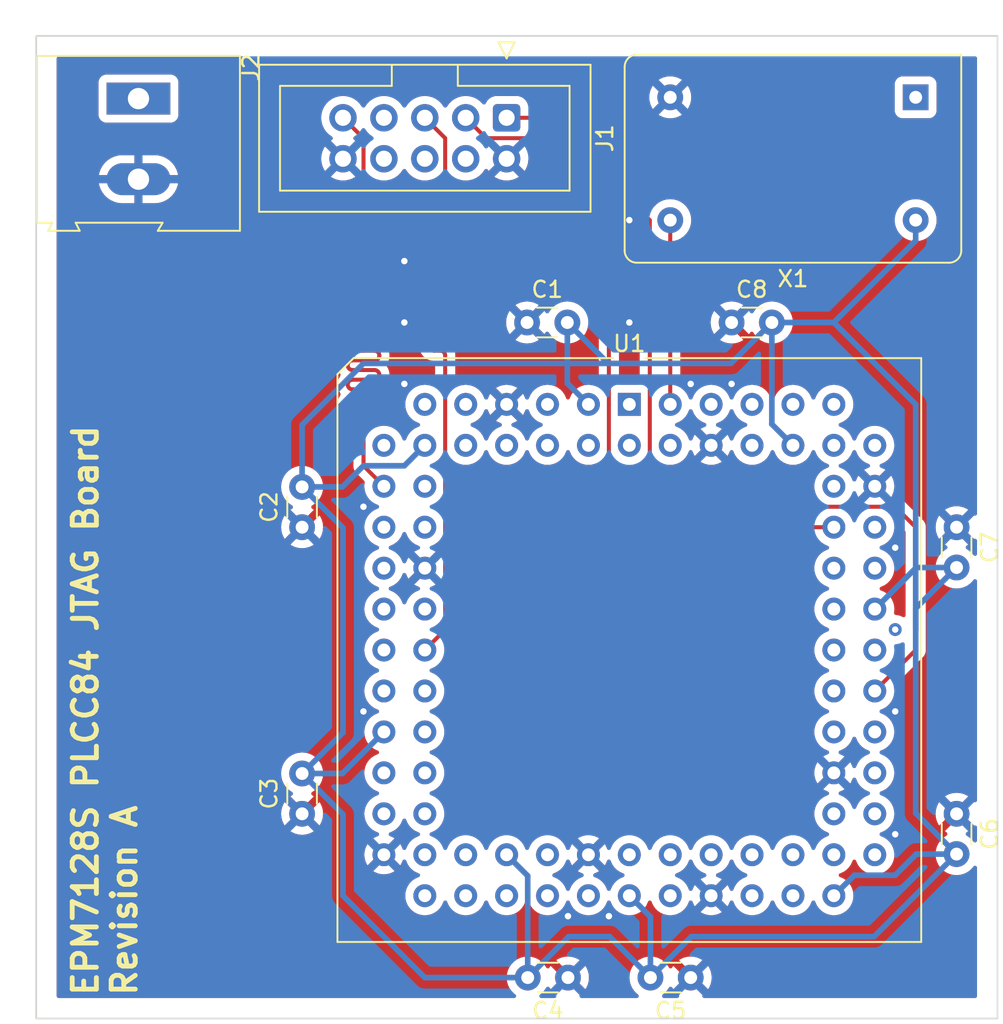
<source format=kicad_pcb>
(kicad_pcb (version 20221018) (generator pcbnew)
  (layers (0 "F.Cu" signal) (31 "B.Cu" signal) (34 "B.Paste" user) (35 "F.Paste" user) (36 "B.SilkS" user "B.Silkscreen") (37 "F.SilkS" user "F.Silkscreen") (38 "B.Mask" user) (39 "F.Mask" user) (44 "Edge.Cuts" user))
  (net 0 "")
  (net 2 "GND")
  (net 3 "Net-(U1-INPUT{slash}GCLK1)")
  (net 4 "+5V")
  (net 5 "/TCK")
  (net 6 "/TDO")
  (net 7 "/TMS")
  (net 11 "/TDI")
  (footprint "Capacitor_THT:C_Disc_D3.0mm_W1.6mm_P2.50mm" (layer "F.Cu") (at 139.7 124.46 -90)
    (fp_text reference "C6" (at 1.25 -2.05 90) (layer "F.SilkS"))
    (fp_text value "200n")
    (fp_line (start 0.621 -0.92) (end 1.879 -0.92) (stroke (width 0.12)) (layer "F.SilkS"))
    (fp_line (start 0.621 0.92) (end 1.879 0.92) (stroke (width 0.12)) (layer "F.SilkS"))
    (pad "1" thru_hole circle (at 0 0 270) (size 1.6 1.6) (drill 0.8) (layers "*.Cu" "*.Mask") (net 2 "GND"))
    (pad "2" thru_hole circle (at 2.5 0 270) (size 1.6 1.6) (drill 0.8) (layers "*.Cu" "*.Mask") (net 4 "+5V"))
  )
  (footprint "Capacitor_THT:C_Disc_D3.0mm_W1.6mm_P2.50mm" (layer "F.Cu") (at 99.06 106.68 90)
    (fp_text reference "C2" (at 1.25 -2.05 90) (layer "F.SilkS"))
    (fp_text value "200n")
    (fp_line (start 0.621 -0.92) (end 1.879 -0.92) (stroke (width 0.12)) (layer "F.SilkS"))
    (fp_line (start 0.621 0.92) (end 1.879 0.92) (stroke (width 0.12)) (layer "F.SilkS"))
    (pad "1" thru_hole circle (at 0 0 90) (size 1.6 1.6) (drill 0.8) (layers "*.Cu" "*.Mask") (net 2 "GND"))
    (pad "2" thru_hole circle (at 2.5 0 90) (size 1.6 1.6) (drill 0.8) (layers "*.Cu" "*.Mask") (net 4 "+5V"))
  )
  (footprint "Capacitor_THT:C_Disc_D3.0mm_W1.6mm_P2.50mm" (layer "F.Cu") (at 99.06 124.46 90)
    (fp_text reference "C3" (at 1.25 -2.05 90) (layer "F.SilkS"))
    (fp_text value "200n")
    (fp_line (start 0.621 -0.92) (end 1.879 -0.92) (stroke (width 0.12)) (layer "F.SilkS"))
    (fp_line (start 0.621 0.92) (end 1.879 0.92) (stroke (width 0.12)) (layer "F.SilkS"))
    (pad "1" thru_hole circle (at 0 0 90) (size 1.6 1.6) (drill 0.8) (layers "*.Cu" "*.Mask") (net 2 "GND"))
    (pad "2" thru_hole circle (at 2.5 0 90) (size 1.6 1.6) (drill 0.8) (layers "*.Cu" "*.Mask") (net 4 "+5V"))
  )
  (footprint "Connector_IDC:IDC-Header_2x05_P2.54mm_Vertical" (layer "F.Cu") (at 111.76 81.28 -90)
    (fp_text reference "J1" (at 1.27 -6.1 90) (layer "F.SilkS"))
    (fp_text value "Conn_02x05_Odd_Even")
    (fp_line (start -4.68 -0.5) (end -4.68 0.5) (stroke (width 0.12)) (layer "F.SilkS"))
    (fp_line (start -4.68 0.5) (end -3.68 0) (stroke (width 0.12)) (layer "F.SilkS"))
    (fp_line (start -3.68 0) (end -4.68 -0.5) (stroke (width 0.12)) (layer "F.SilkS"))
    (fp_line (start -3.29 -5.21) (end 5.83 -5.21) (stroke (width 0.12)) (layer "F.SilkS"))
    (fp_line (start -3.29 3.03) (end -1.98 3.03) (stroke (width 0.12)) (layer "F.SilkS"))
    (fp_line (start -3.29 15.37) (end -3.29 -5.21) (stroke (width 0.12)) (layer "F.SilkS"))
    (fp_line (start -1.98 -3.91) (end 4.52 -3.91) (stroke (width 0.12)) (layer "F.SilkS"))
    (fp_line (start -1.98 3.03) (end -1.98 -3.91) (stroke (width 0.12)) (layer "F.SilkS"))
    (fp_line (start -1.98 7.13) (end -3.29 7.13) (stroke (width 0.12)) (layer "F.SilkS"))
    (fp_line (start -1.98 7.13) (end -1.98 7.13) (stroke (width 0.12)) (layer "F.SilkS"))
    (fp_line (start -1.98 14.07) (end -1.98 7.13) (stroke (width 0.12)) (layer "F.SilkS"))
    (fp_line (start 4.52 -3.91) (end 4.52 14.07) (stroke (width 0.12)) (layer "F.SilkS"))
    (fp_line (start 4.52 14.07) (end -1.98 14.07) (stroke (width 0.12)) (layer "F.SilkS"))
    (fp_line (start 5.83 -5.21) (end 5.83 15.37) (stroke (width 0.12)) (layer "F.SilkS"))
    (fp_line (start 5.83 15.37) (end -3.29 15.37) (stroke (width 0.12)) (layer "F.SilkS"))
    (pad "1" thru_hole roundrect (at 0 0 270) (size 1.7 1.7) (drill 1) (layers "*.Cu" "*.Mask") (roundrect_rratio 0.1470588235) (net 5 "/TCK"))
    (pad "2" thru_hole circle (at 2.54 0 270) (size 1.7 1.7) (drill 1) (layers "*.Cu" "*.Mask") (net 2 "GND"))
    (pad "3" thru_hole circle (at 0 2.54 270) (size 1.7 1.7) (drill 1) (layers "*.Cu" "*.Mask") (net 6 "/TDO"))
    (pad "4" thru_hole circle (at 2.54 2.54 270) (size 1.7 1.7) (drill 1) (layers "*.Cu" "*.Mask") (net 4 "+5V"))
    (pad "5" thru_hole circle (at 0 5.08 270) (size 1.7 1.7) (drill 1) (layers "*.Cu" "*.Mask") (net 7 "/TMS"))
    (pad "6" thru_hole circle (at 2.54 5.08 270) (size 1.7 1.7) (drill 1) (layers "*.Cu" "*.Mask"))
    (pad "7" thru_hole circle (at 0 7.62 270) (size 1.7 1.7) (drill 1) (layers "*.Cu" "*.Mask"))
    (pad "8" thru_hole circle (at 2.54 7.62 270) (size 1.7 1.7) (drill 1) (layers "*.Cu" "*.Mask"))
    (pad "9" thru_hole circle (at 0 10.16 270) (size 1.7 1.7) (drill 1) (layers "*.Cu" "*.Mask") (net 11 "/TDI"))
    (pad "10" thru_hole circle (at 2.54 10.16 270) (size 1.7 1.7) (drill 1) (layers "*.Cu" "*.Mask") (net 2 "GND"))
  )
  (footprint "Package_LCC:PLCC-84_THT-Socket" (layer "F.Cu") (at 119.38 99.06)
    (fp_text reference "U1" (at 0 -3.77) (layer "F.SilkS"))
    (fp_text value "EPM7128SLC84-15")
    (fp_line (start -18.125 -1.87) (end -18.125 33.35) (stroke (width 0.12)) (layer "F.SilkS"))
    (fp_line (start -18.125 33.35) (end 18.125 33.35) (stroke (width 0.12)) (layer "F.SilkS"))
    (fp_line (start -17.125 -2.87) (end -18.125 -1.87) (stroke (width 0.12)) (layer "F.SilkS"))
    (fp_line (start -1 -2.87) (end -17.125 -2.87) (stroke (width 0.12)) (layer "F.SilkS"))
    (fp_line (start 18.125 -2.87) (end 1 -2.87) (stroke (width 0.12)) (layer "F.SilkS"))
    (fp_line (start 18.125 33.35) (end 18.125 -2.87) (stroke (width 0.12)) (layer "F.SilkS"))
    (pad "1" thru_hole rect (at 0 0) (size 1.4224 1.4224) (drill 0.8) (layers "*.Cu" "*.Mask"))
    (pad "2" thru_hole circle (at 0 2.54) (size 1.4224 1.4224) (drill 0.8) (layers "*.Cu" "*.Mask"))
    (pad "3" thru_hole circle (at -2.54 0) (size 1.4224 1.4224) (drill 0.8) (layers "*.Cu" "*.Mask") (net 4 "+5V"))
    (pad "4" thru_hole circle (at -2.54 2.54) (size 1.4224 1.4224) (drill 0.8) (layers "*.Cu" "*.Mask"))
    (pad "5" thru_hole circle (at -5.08 0) (size 1.4224 1.4224) (drill 0.8) (layers "*.Cu" "*.Mask"))
    (pad "6" thru_hole circle (at -5.08 2.54) (size 1.4224 1.4224) (drill 0.8) (layers "*.Cu" "*.Mask"))
    (pad "7" thru_hole circle (at -7.62 0) (size 1.4224 1.4224) (drill 0.8) (layers "*.Cu" "*.Mask") (net 2 "GND"))
    (pad "8" thru_hole circle (at -7.62 2.54) (size 1.4224 1.4224) (drill 0.8) (layers "*.Cu" "*.Mask"))
    (pad "9" thru_hole circle (at -10.16 0) (size 1.4224 1.4224) (drill 0.8) (layers "*.Cu" "*.Mask"))
    (pad "10" thru_hole circle (at -10.16 2.54) (size 1.4224 1.4224) (drill 0.8) (layers "*.Cu" "*.Mask"))
    (pad "11" thru_hole circle (at -12.7 0) (size 1.4224 1.4224) (drill 0.8) (layers "*.Cu" "*.Mask"))
    (pad "12" thru_hole circle (at -15.24 2.54) (size 1.4224 1.4224) (drill 0.8) (layers "*.Cu" "*.Mask"))
    (pad "13" thru_hole circle (at -12.7 2.54) (size 1.4224 1.4224) (drill 0.8) (layers "*.Cu" "*.Mask") (net 4 "+5V"))
    (pad "14" thru_hole circle (at -15.24 5.08) (size 1.4224 1.4224) (drill 0.8) (layers "*.Cu" "*.Mask") (net 11 "/TDI"))
    (pad "15" thru_hole circle (at -12.7 5.08) (size 1.4224 1.4224) (drill 0.8) (layers "*.Cu" "*.Mask"))
    (pad "16" thru_hole circle (at -15.24 7.62) (size 1.4224 1.4224) (drill 0.8) (layers "*.Cu" "*.Mask"))
    (pad "17" thru_hole circle (at -12.7 7.62) (size 1.4224 1.4224) (drill 0.8) (layers "*.Cu" "*.Mask"))
    (pad "18" thru_hole circle (at -15.24 10.16) (size 1.4224 1.4224) (drill 0.8) (layers "*.Cu" "*.Mask"))
    (pad "19" thru_hole circle (at -12.7 10.16) (size 1.4224 1.4224) (drill 0.8) (layers "*.Cu" "*.Mask") (net 2 "GND"))
    (pad "20" thru_hole circle (at -15.24 12.7) (size 1.4224 1.4224) (drill 0.8) (layers "*.Cu" "*.Mask"))
    (pad "21" thru_hole circle (at -12.7 12.7) (size 1.4224 1.4224) (drill 0.8) (layers "*.Cu" "*.Mask"))
    (pad "22" thru_hole circle (at -15.24 15.24) (size 1.4224 1.4224) (drill 0.8) (layers "*.Cu" "*.Mask"))
    (pad "23" thru_hole circle (at -12.7 15.24) (size 1.4224 1.4224) (drill 0.8) (layers "*.Cu" "*.Mask") (net 7 "/TMS"))
    (pad "24" thru_hole circle (at -15.24 17.78) (size 1.4224 1.4224) (drill 0.8) (layers "*.Cu" "*.Mask"))
    (pad "25" thru_hole circle (at -12.7 17.78) (size 1.4224 1.4224) (drill 0.8) (layers "*.Cu" "*.Mask"))
    (pad "26" thru_hole circle (at -15.24 20.32) (size 1.4224 1.4224) (drill 0.8) (layers "*.Cu" "*.Mask") (net 4 "+5V"))
    (pad "27" thru_hole circle (at -12.7 20.32) (size 1.4224 1.4224) (drill 0.8) (layers "*.Cu" "*.Mask"))
    (pad "28" thru_hole circle (at -15.24 22.86) (size 1.4224 1.4224) (drill 0.8) (layers "*.Cu" "*.Mask"))
    (pad "29" thru_hole circle (at -12.7 22.86) (size 1.4224 1.4224) (drill 0.8) (layers "*.Cu" "*.Mask"))
    (pad "30" thru_hole circle (at -15.24 25.4) (size 1.4224 1.4224) (drill 0.8) (layers "*.Cu" "*.Mask"))
    (pad "31" thru_hole circle (at -12.7 25.4) (size 1.4224 1.4224) (drill 0.8) (layers "*.Cu" "*.Mask"))
    (pad "32" thru_hole circle (at -15.24 27.94) (size 1.4224 1.4224) (drill 0.8) (layers "*.Cu" "*.Mask") (net 2 "GND"))
    (pad "33" thru_hole circle (at -12.7 30.48) (size 1.4224 1.4224) (drill 0.8) (layers "*.Cu" "*.Mask"))
    (pad "34" thru_hole circle (at -12.7 27.94) (size 1.4224 1.4224) (drill 0.8) (layers "*.Cu" "*.Mask"))
    (pad "35" thru_hole circle (at -10.16 30.48) (size 1.4224 1.4224) (drill 0.8) (layers "*.Cu" "*.Mask"))
    (pad "36" thru_hole circle (at -10.16 27.94) (size 1.4224 1.4224) (drill 0.8) (layers "*.Cu" "*.Mask"))
    (pad "37" thru_hole circle (at -7.62 30.48) (size 1.4224 1.4224) (drill 0.8) (layers "*.Cu" "*.Mask"))
    (pad "38" thru_hole circle (at -7.62 27.94) (size 1.4224 1.4224) (drill 0.8) (layers "*.Cu" "*.Mask") (net 4 "+5V"))
    (pad "39" thru_hole circle (at -5.08 30.48) (size 1.4224 1.4224) (drill 0.8) (layers "*.Cu" "*.Mask"))
    (pad "40" thru_hole circle (at -5.08 27.94) (size 1.4224 1.4224) (drill 0.8) (layers "*.Cu" "*.Mask"))
    (pad "41" thru_hole circle (at -2.54 30.48) (size 1.4224 1.4224) (drill 0.8) (layers "*.Cu" "*.Mask"))
    (pad "42" thru_hole circle (at -2.54 27.94) (size 1.4224 1.4224) (drill 0.8) (layers "*.Cu" "*.Mask") (net 2 "GND"))
    (pad "43" thru_hole circle (at 0 30.48) (size 1.4224 1.4224) (drill 0.8) (layers "*.Cu" "*.Mask") (net 4 "+5V"))
    (pad "44" thru_hole circle (at 0 27.94) (size 1.4224 1.4224) (drill 0.8) (layers "*.Cu" "*.Mask"))
    (pad "45" thru_hole circle (at 2.54 30.48) (size 1.4224 1.4224) (drill 0.8) (layers "*.Cu" "*.Mask"))
    (pad "46" thru_hole circle (at 2.54 27.94) (size 1.4224 1.4224) (drill 0.8) (layers "*.Cu" "*.Mask"))
    (pad "47" thru_hole circle (at 5.08 30.48) (size 1.4224 1.4224) (drill 0.8) (layers "*.Cu" "*.Mask") (net 2 "GND"))
    (pad "48" thru_hole circle (at 5.08 27.94) (size 1.4224 1.4224) (drill 0.8) (layers "*.Cu" "*.Mask"))
    (pad "49" thru_hole circle (at 7.62 30.48) (size 1.4224 1.4224) (drill 0.8) (layers "*.Cu" "*.Mask"))
    (pad "50" thru_hole circle (at 7.62 27.94) (size 1.4224 1.4224) (drill 0.8) (layers "*.Cu" "*.Mask"))
    (pad "51" thru_hole circle (at 10.16 30.48) (size 1.4224 1.4224) (drill 0.8) (layers "*.Cu" "*.Mask"))
    (pad "52" thru_hole circle (at 10.16 27.94) (size 1.4224 1.4224) (drill 0.8) (layers "*.Cu" "*.Mask"))
    (pad "53" thru_hole circle (at 12.7 30.48) (size 1.4224 1.4224) (drill 0.8) (layers "*.Cu" "*.Mask") (net 4 "+5V"))
    (pad "54" thru_hole circle (at 15.24 27.94) (size 1.4224 1.4224) (drill 0.8) (layers "*.Cu" "*.Mask"))
    (pad "55" thru_hole circle (at 12.7 27.94) (size 1.4224 1.4224) (drill 0.8) (layers "*.Cu" "*.Mask"))
    (pad "56" thru_hole circle (at 15.24 25.4) (size 1.4224 1.4224) (drill 0.8) (layers "*.Cu" "*.Mask"))
    (pad "57" thru_hole circle (at 12.7 25.4) (size 1.4224 1.4224) (drill 0.8) (layers "*.Cu" "*.Mask"))
    (pad "58" thru_hole circle (at 15.24 22.86) (size 1.4224 1.4224) (drill 0.8) (layers "*.Cu" "*.Mask"))
    (pad "59" thru_hole circle (at 12.7 22.86) (size 1.4224 1.4224) (drill 0.8) (layers "*.Cu" "*.Mask") (net 2 "GND"))
    (pad "60" thru_hole circle (at 15.24 20.32) (size 1.4224 1.4224) (drill 0.8) (layers "*.Cu" "*.Mask"))
    (pad "61" thru_hole circle (at 12.7 20.32) (size 1.4224 1.4224) (drill 0.8) (layers "*.Cu" "*.Mask"))
    (pad "62" thru_hole circle (at 15.24 17.78) (size 1.4224 1.4224) (drill 0.8) (layers "*.Cu" "*.Mask") (net 5 "/TCK"))
    (pad "63" thru_hole circle (at 12.7 17.78) (size 1.4224 1.4224) (drill 0.8) (layers "*.Cu" "*.Mask"))
    (pad "64" thru_hole circle (at 15.24 15.24) (size 1.4224 1.4224) (drill 0.8) (layers "*.Cu" "*.Mask"))
    (pad "65" thru_hole circle (at 12.7 15.24) (size 1.4224 1.4224) (drill 0.8) (layers "*.Cu" "*.Mask"))
    (pad "66" thru_hole circle (at 15.24 12.7) (size 1.4224 1.4224) (drill 0.8) (layers "*.Cu" "*.Mask") (net 4 "+5V"))
    (pad "67" thru_hole circle (at 12.7 12.7) (size 1.4224 1.4224) (drill 0.8) (layers "*.Cu" "*.Mask"))
    (pad "68" thru_hole circle (at 15.24 10.16) (size 1.4224 1.4224) (drill 0.8) (layers "*.Cu" "*.Mask"))
    (pad "69" thru_hole circle (at 12.7 10.16) (size 1.4224 1.4224) (drill 0.8) (layers "*.Cu" "*.Mask"))
    (pad "70" thru_hole circle (at 15.24 7.62) (size 1.4224 1.4224) (drill 0.8) (layers "*.Cu" "*.Mask"))
    (pad "71" thru_hole circle (at 12.7 7.62) (size 1.4224 1.4224) (drill 0.8) (layers "*.Cu" "*.Mask") (net 6 "/TDO"))
    (pad "72" thru_hole circle (at 15.24 5.08) (size 1.4224 1.4224) (drill 0.8) (layers "*.Cu" "*.Mask") (net 2 "GND"))
    (pad "73" thru_hole circle (at 12.7 5.08) (size 1.4224 1.4224) (drill 0.8) (layers "*.Cu" "*.Mask"))
    (pad "74" thru_hole circle (at 15.24 2.54) (size 1.4224 1.4224) (drill 0.8) (layers "*.Cu" "*.Mask"))
    (pad "75" thru_hole circle (at 12.7 0) (size 1.4224 1.4224) (drill 0.8) (layers "*.Cu" "*.Mask"))
    (pad "76" thru_hole circle (at 12.7 2.54) (size 1.4224 1.4224) (drill 0.8) (layers "*.Cu" "*.Mask"))
    (pad "77" thru_hole circle (at 10.16 0) (size 1.4224 1.4224) (drill 0.8) (layers "*.Cu" "*.Mask"))
    (pad "78" thru_hole circle (at 10.16 2.54) (size 1.4224 1.4224) (drill 0.8) (layers "*.Cu" "*.Mask") (net 4 "+5V"))
    (pad "79" thru_hole circle (at 7.62 0) (size 1.4224 1.4224) (drill 0.8) (layers "*.Cu" "*.Mask"))
    (pad "80" thru_hole circle (at 7.62 2.54) (size 1.4224 1.4224) (drill 0.8) (layers "*.Cu" "*.Mask"))
    (pad "81" thru_hole circle (at 5.08 0) (size 1.4224 1.4224) (drill 0.8) (layers "*.Cu" "*.Mask"))
    (pad "82" thru_hole circle (at 5.08 2.54) (size 1.4224 1.4224) (drill 0.8) (layers "*.Cu" "*.Mask") (net 2 "GND"))
    (pad "83" thru_hole circle (at 2.54 0) (size 1.4224 1.4224) (drill 0.8) (layers "*.Cu" "*.Mask") (net 3 "Net-(U1-INPUT{slash}GCLK1)"))
    (pad "84" thru_hole circle (at 2.54 2.54) (size 1.4224 1.4224) (drill 0.8) (layers "*.Cu" "*.Mask"))
  )
  (footprint "TerminalBlock:TerminalBlock_Altech_AK300-2_P5.00mm" (layer "F.Cu") (at 88.9 80.09 -90)
    (fp_text reference "J2" (at -1.92 -6.99 90) (layer "F.SilkS"))
    (fp_text value "Screw_Terminal_01x02")
    (fp_line (start -2.65 -6.3) (end -2.65 6.3) (stroke (width 0.12)) (layer "F.SilkS"))
    (fp_line (start -2.65 6.3) (end 7.7 6.3) (stroke (width 0.12)) (layer "F.SilkS"))
    (fp_line (start 7.7 -1.5) (end 8.2 -1.2) (stroke (width 0.12)) (layer "F.SilkS"))
    (fp_line (start 7.7 3.9) (end 7.7 -1.5) (stroke (width 0.12)) (layer "F.SilkS"))
    (fp_line (start 7.7 5.35) (end 8.2 5.6) (stroke (width 0.12)) (layer "F.SilkS"))
    (fp_line (start 7.7 6.3) (end 7.7 5.35) (stroke (width 0.12)) (layer "F.SilkS"))
    (fp_line (start 8.2 -6.3) (end -2.65 -6.3) (stroke (width 0.12)) (layer "F.SilkS"))
    (fp_line (start 8.2 -1.2) (end 8.2 -6.3) (stroke (width 0.12)) (layer "F.SilkS"))
    (fp_line (start 8.2 3.65) (end 7.7 3.9) (stroke (width 0.12)) (layer "F.SilkS"))
    (fp_line (start 8.2 3.7) (end 8.2 3.65) (stroke (width 0.12)) (layer "F.SilkS"))
    (fp_line (start 8.2 5.6) (end 8.2 3.7) (stroke (width 0.12)) (layer "F.SilkS"))
    (pad "1" thru_hole rect (at 0 0 270) (size 1.98 3.96) (drill 1.32) (layers "*.Cu" "*.Mask") (net 4 "+5V"))
    (pad "2" thru_hole oval (at 5 0 270) (size 1.98 3.96) (drill 1.32) (layers "*.Cu" "*.Mask") (net 2 "GND"))
  )
  (footprint "Capacitor_THT:C_Disc_D3.0mm_W1.6mm_P2.50mm" (layer "F.Cu") (at 123.19 134.62 180)
    (fp_text reference "C5" (at 1.25 -2.05) (layer "F.SilkS"))
    (fp_text value "200n")
    (fp_line (start 0.621 -0.92) (end 1.879 -0.92) (stroke (width 0.12)) (layer "F.SilkS"))
    (fp_line (start 0.621 0.92) (end 1.879 0.92) (stroke (width 0.12)) (layer "F.SilkS"))
    (pad "1" thru_hole circle (at 0 0 180) (size 1.6 1.6) (drill 0.8) (layers "*.Cu" "*.Mask") (net 2 "GND"))
    (pad "2" thru_hole circle (at 2.5 0 180) (size 1.6 1.6) (drill 0.8) (layers "*.Cu" "*.Mask") (net 4 "+5V"))
  )
  (footprint "Oscillator:Oscillator_DIP-14" (layer "F.Cu") (at 137.16 80.01 180)
    (fp_text reference "X1" (at 7.62 -11.26) (layer "F.SilkS"))
    (fp_text value "ACO-xxxMHz")
    (fp_line (start -2.83 -9.51) (end -2.83 2.64) (stroke (width 0.12)) (layer "F.SilkS"))
    (fp_line (start -2.83 2.64) (end 17.32 2.64) (stroke (width 0.12)) (layer "F.SilkS"))
    (fp_line (start 17.32 -10.26) (end -2.08 -10.26) (stroke (width 0.12)) (layer "F.SilkS"))
    (fp_line (start 18.07 1.89) (end 18.07 -9.51) (stroke (width 0.12)) (layer "F.SilkS"))
    (fp_arc (start -2.83 -9.51) (mid -2.61033 -10.04033) (end -2.08 -10.26) (stroke (width 0.12)) (layer "F.SilkS"))
    (fp_arc (start 17.32 -10.26) (mid 17.85033 -10.04033) (end 18.07 -9.51) (stroke (width 0.12)) (layer "F.SilkS"))
    (fp_arc (start 18.07 1.89) (mid 17.85033 2.42033) (end 17.32 2.64) (stroke (width 0.12)) (layer "F.SilkS"))
    (pad "1" thru_hole rect (at 0 0 180) (size 1.6 1.6) (drill 0.8) (layers "*.Cu" "*.Mask"))
    (pad "7" thru_hole circle (at 15.24 0 180) (size 1.6 1.6) (drill 0.8) (layers "*.Cu" "*.Mask") (net 2 "GND"))
    (pad "8" thru_hole circle (at 15.24 -7.62 180) (size 1.6 1.6) (drill 0.8) (layers "*.Cu" "*.Mask") (net 3 "Net-(U1-INPUT{slash}GCLK1)"))
    (pad "14" thru_hole circle (at 0 -7.62 180) (size 1.6 1.6) (drill 0.8) (layers "*.Cu" "*.Mask") (net 4 "+5V"))
  )
  (footprint "Capacitor_THT:C_Disc_D3.0mm_W1.6mm_P2.50mm" (layer "F.Cu") (at 139.7 106.68 -90)
    (fp_text reference "C7" (at 1.25 -2.05 90) (layer "F.SilkS"))
    (fp_text value "200n")
    (fp_line (start 0.621 -0.92) (end 1.879 -0.92) (stroke (width 0.12)) (layer "F.SilkS"))
    (fp_line (start 0.621 0.92) (end 1.879 0.92) (stroke (width 0.12)) (layer "F.SilkS"))
    (pad "1" thru_hole circle (at 0 0 270) (size 1.6 1.6) (drill 0.8) (layers "*.Cu" "*.Mask") (net 2 "GND"))
    (pad "2" thru_hole circle (at 2.5 0 270) (size 1.6 1.6) (drill 0.8) (layers "*.Cu" "*.Mask") (net 4 "+5V"))
  )
  (footprint "Capacitor_THT:C_Disc_D3.0mm_W1.6mm_P2.50mm" (layer "F.Cu") (at 125.73 93.98)
    (fp_text reference "C8" (at 1.25 -2.05) (layer "F.SilkS"))
    (fp_text value "200n")
    (fp_line (start 0.621 -0.92) (end 1.879 -0.92) (stroke (width 0.12)) (layer "F.SilkS"))
    (fp_line (start 0.621 0.92) (end 1.879 0.92) (stroke (width 0.12)) (layer "F.SilkS"))
    (pad "1" thru_hole circle (at 0 0) (size 1.6 1.6) (drill 0.8) (layers "*.Cu" "*.Mask") (net 2 "GND"))
    (pad "2" thru_hole circle (at 2.5 0) (size 1.6 1.6) (drill 0.8) (layers "*.Cu" "*.Mask") (net 4 "+5V"))
  )
  (footprint "Capacitor_THT:C_Disc_D3.0mm_W1.6mm_P2.50mm" (layer "F.Cu") (at 113.03 93.98)
    (fp_text reference "C1" (at 1.25 -2.05) (layer "F.SilkS"))
    (fp_text value "200n")
    (fp_line (start 0.621 -0.92) (end 1.879 -0.92) (stroke (width 0.12)) (layer "F.SilkS"))
    (fp_line (start 0.621 0.92) (end 1.879 0.92) (stroke (width 0.12)) (layer "F.SilkS"))
    (pad "1" thru_hole circle (at 0 0) (size 1.6 1.6) (drill 0.8) (layers "*.Cu" "*.Mask") (net 2 "GND"))
    (pad "2" thru_hole circle (at 2.5 0) (size 1.6 1.6) (drill 0.8) (layers "*.Cu" "*.Mask") (net 4 "+5V"))
  )
  (footprint "Capacitor_THT:C_Disc_D3.0mm_W1.6mm_P2.50mm" (layer "F.Cu") (at 115.57 134.62 180)
    (fp_text reference "C4" (at 1.25 -2.05) (layer "F.SilkS"))
    (fp_text value "200n")
    (fp_line (start 0.621 -0.92) (end 1.879 -0.92) (stroke (width 0.12)) (layer "F.SilkS"))
    (fp_line (start 0.621 0.92) (end 1.879 0.92) (stroke (width 0.12)) (layer "F.SilkS"))
    (pad "1" thru_hole circle (at 0 0 180) (size 1.6 1.6) (drill 0.8) (layers "*.Cu" "*.Mask") (net 2 "GND"))
    (pad "2" thru_hole circle (at 2.5 0 180) (size 1.6 1.6) (drill 0.8) (layers "*.Cu" "*.Mask") (net 4 "+5V"))
  )
  (gr_poly (pts (xy 82.55 76.2) (xy 142.24 76.2) (xy 142.24 137.16) (xy 82.55 137.16)) (stroke (width 0.1)) (fill none) (layer "Edge.Cuts"))
  (gr_text "EPM7128S PLCC84 JTAG Board\nRevision A" (at 88.9 135.89 90) (layer "F.SilkS") (effects (font (size 1.5 1.5) (thickness 0.3) bold) (justify left bottom)))
  (via (at 135.89 113.03) (size 0.8) (drill 0.4) (layers "F.Cu" "B.Cu") (net 0))
  (via (at 135.89 118.11) (size 0.8) (drill 0.4) (layers "F.Cu" "B.Cu") (net 2))
  (via (at 119.38 93.98) (size 0.8) (drill 0.4) (layers "F.Cu" "B.Cu") (net 2))
  (via (at 105.41 97.79) (size 0.8) (drill 0.4) (layers "F.Cu" "B.Cu") (net 2))
  (via (at 135.89 107.95) (size 0.8) (drill 0.4) (layers "F.Cu" "B.Cu") (net 2))
  (via (at 119.38 87.63) (size 0.8) (drill 0.4) (layers "F.Cu" "B.Cu") (net 2))
  (via (at 102.87 105.41) (size 0.8) (drill 0.4) (layers "F.Cu" "B.Cu") (net 2))
  (via (at 102.87 118.11) (size 0.8) (drill 0.4) (layers "F.Cu" "B.Cu") (net 2))
  (via (at 115.57 130.81) (size 0.8) (drill 0.4) (layers "F.Cu" "B.Cu") (net 2))
  (via (at 105.41 90.17) (size 0.8) (drill 0.4) (layers "F.Cu" "B.Cu") (net 2))
  (via (at 123.19 97.79) (size 0.8) (drill 0.4) (layers "F.Cu" "B.Cu") (net 2))
  (via (at 118.11 130.81) (size 0.8) (drill 0.4) (layers "F.Cu" "B.Cu") (net 2))
  (via (at 135.89 125.73) (size 0.8) (drill 0.4) (layers "F.Cu" "B.Cu") (net 2))
  (via (at 125.73 97.79) (size 0.8) (drill 0.4) (layers "F.Cu" "B.Cu") (net 2))
  (via (at 105.41 93.98) (size 0.8) (drill 0.4) (layers "F.Cu" "B.Cu") (net 2))
  (segment (start 121.92 87.63) (end 121.92 99.06) (width 0.25) (layer "F.Cu") (net 3))
  (segment (start 99.06 104.18) (end 101.56 104.18) (width 0.35) (layer "B.Cu") (net 4))
  (segment (start 105.41 102.87) (end 106.68 101.6) (width 0.35) (layer "B.Cu") (net 4))
  (segment (start 101.6 106.72) (end 99.06 104.18) (width 0.35) (layer "B.Cu") (net 4))
  (segment (start 113.07 134.62) (end 113.07 128.31) (width 0.35) (layer "B.Cu") (net 4))
  (segment (start 137.16 111.72) (end 137.16 113.03) (width 0.35) (layer "B.Cu") (net 4))
  (segment (start 134.62 111.76) (end 137.2 109.18) (width 0.35) (layer "B.Cu") (net 4))
  (segment (start 115.53 93.98) (end 118.07 96.52) (width 0.35) (layer "B.Cu") (net 4))
  (segment (start 118.11 96.52) (end 102.87 96.52) (width 0.35) (layer "B.Cu") (net 4))
  (segment (start 137.2 109.18) (end 139.7 109.18) (width 0.35) (layer "B.Cu") (net 4))
  (segment (start 118.07 96.52) (end 118.11 96.52) (width 0.35) (layer "B.Cu") (net 4))
  (segment (start 106.68 134.62) (end 113.07 134.62) (width 0.35) (layer "B.Cu") (net 4))
  (segment (start 101.6 124.5) (end 101.6 129.54) (width 0.35) (layer "B.Cu") (net 4))
  (segment (start 133.35 128.27) (end 135.89 128.27) (width 0.35) (layer "B.Cu") (net 4))
  (segment (start 102.87 96.52) (end 99.06 100.33) (width 0.35) (layer "B.Cu") (net 4))
  (segment (start 120.69 130.85) (end 119.38 129.54) (width 0.35) (layer "B.Cu") (net 4))
  (segment (start 115.61 132.08) (end 118.15 132.08) (width 0.35) (layer "B.Cu") (net 4))
  (segment (start 115.53 97.75) (end 116.84 99.06) (width 0.35) (layer "B.Cu") (net 4))
  (segment (start 120.69 134.62) (end 123.23 132.08) (width 0.35) (layer "B.Cu") (net 4))
  (segment (start 125.69 96.52) (end 128.23 93.98) (width 0.35) (layer "B.Cu") (net 4))
  (segment (start 132.08 93.98) (end 137.16 99.06) (width 0.35) (layer "B.Cu") (net 4))
  (segment (start 101.6 129.54) (end 106.68 134.62) (width 0.35) (layer "B.Cu") (net 4))
  (segment (start 102.87 102.87) (end 105.41 102.87) (width 0.35) (layer "B.Cu") (net 4))
  (segment (start 128.23 100.29) (end 129.54 101.6) (width 0.35) (layer "B.Cu") (net 4))
  (segment (start 99.06 121.96) (end 101.56 121.96) (width 0.35) (layer "B.Cu") (net 4))
  (segment (start 113.07 128.31) (end 111.76 127) (width 0.35) (layer "B.Cu") (net 4))
  (segment (start 101.56 104.18) (end 102.87 102.87) (width 0.35) (layer "B.Cu") (net 4))
  (segment (start 99.06 100.33) (end 99.06 104.18) (width 0.35) (layer "B.Cu") (net 4))
  (segment (start 123.23 132.08) (end 134.58 132.08) (width 0.35) (layer "B.Cu") (net 4))
  (segment (start 137.16 88.9) (end 137.16 87.63) (width 0.35) (layer "B.Cu") (net 4))
  (segment (start 132.08 93.98) (end 137.16 88.9) (width 0.35) (layer "B.Cu") (net 4))
  (segment (start 113.07 134.62) (end 115.61 132.08) (width 0.35) (layer "B.Cu") (net 4))
  (segment (start 101.6 119.42) (end 101.6 106.72) (width 0.35) (layer "B.Cu") (net 4))
  (segment (start 99.06 121.96) (end 101.6 119.42) (width 0.35) (layer "B.Cu") (net 4))
  (segment (start 132.08 129.54) (end 133.35 128.27) (width 0.35) (layer "B.Cu") (net 4))
  (segment (start 120.69 134.62) (end 120.69 130.85) (width 0.35) (layer "B.Cu") (net 4))
  (segment (start 137.16 113.03) (end 137.16 124.42) (width 0.35) (layer "B.Cu") (net 4))
  (segment (start 137.2 126.96) (end 139.7 126.96) (width 0.35) (layer "B.Cu") (net 4))
  (segment (start 118.11 96.52) (end 125.69 96.52) (width 0.35) (layer "B.Cu") (net 4))
  (segment (start 135.89 128.27) (end 137.2 126.96) (width 0.35) (layer "B.Cu") (net 4))
  (segment (start 101.56 121.96) (end 104.14 119.38) (width 0.35) (layer "B.Cu") (net 4))
  (segment (start 134.58 132.08) (end 139.7 126.96) (width 0.35) (layer "B.Cu") (net 4))
  (segment (start 137.16 99.06) (end 137.16 113.03) (width 0.35) (layer "B.Cu") (net 4))
  (segment (start 115.53 93.98) (end 115.53 97.75) (width 0.35) (layer "B.Cu") (net 4))
  (segment (start 128.23 93.98) (end 132.08 93.98) (width 0.35) (layer "B.Cu") (net 4))
  (segment (start 139.7 109.18) (end 137.16 111.72) (width 0.35) (layer "B.Cu") (net 4))
  (segment (start 99.06 121.96) (end 101.6 124.5) (width 0.35) (layer "B.Cu") (net 4))
  (segment (start 137.16 124.42) (end 139.7 126.96) (width 0.35) (layer "B.Cu") (net 4))
  (segment (start 118.15 132.08) (end 120.69 134.62) (width 0.35) (layer "B.Cu") (net 4))
  (segment (start 128.23 93.98) (end 128.23 100.29) (width 0.35) (layer "B.Cu") (net 4))
  (segment (start 137.16 106.68) (end 137.16 114.3) (width 0.25) (layer "F.Cu") (net 5))
  (segment (start 123.19 105.41) (end 135.89 105.41) (width 0.25) (layer "F.Cu") (net 5))
  (segment (start 135.89 105.41) (end 137.16 106.68) (width 0.25) (layer "F.Cu") (net 5))
  (segment (start 120.65 102.87) (end 123.19 105.41) (width 0.25) (layer "F.Cu") (net 5))
  (segment (start 114.3 81.28) (end 120.65 87.63) (width 0.25) (layer "F.Cu") (net 5))
  (segment (start 120.65 87.63) (end 120.65 102.87) (width 0.25) (layer "F.Cu") (net 5))
  (segment (start 137.16 114.3) (end 134.62 116.84) (width 0.25) (layer "F.Cu") (net 5))
  (segment (start 111.76 81.28) (end 114.3 81.28) (width 0.25) (layer "F.Cu") (net 5))
  (segment (start 118.11 92.13) (end 118.717061 92.13) (width 0.25) (layer "F.Cu") (net 6))
  (segment (start 109.22 81.28) (end 110.485 82.545) (width 0.25) (layer "F.Cu") (net 6))
  (segment (start 118.11 92.73) (end 117.502939 92.73) (width 0.25) (layer "F.Cu") (net 6))
  (segment (start 118.717061 91.53) (end 118.11 91.53) (width 0.25) (layer "F.Cu") (net 6))
  (segment (start 118.11 91.53) (end 117.502939 91.53) (width 0.25) (layer "F.Cu") (net 6))
  (segment (start 118.11 99.08) (end 118.11 102.87) (width 0.25) (layer "F.Cu") (net 6))
  (segment (start 121.92 106.68) (end 132.08 106.68) (width 0.25) (layer "F.Cu") (net 6))
  (segment (start 117.502939 93.33) (end 117.81 93.33) (width 0.25) (layer "F.Cu") (net 6))
  (segment (start 117.502927 89.73) (end 118.11 89.73) (width 0.25) (layer "F.Cu") (net 6))
  (segment (start 118.11 89.13) (end 117.502927 89.13) (width 0.25) (layer "F.Cu") (net 6))
  (segment (start 117.502939 92.13) (end 118.11 92.13) (width 0.25) (layer "F.Cu") (net 6))
  (segment (start 110.485 82.545) (end 113.025 82.545) (width 0.25) (layer "F.Cu") (net 6))
  (segment (start 118.11 89.73) (end 118.717073 89.73) (width 0.25) (layer "F.Cu") (net 6))
  (segment (start 117.502927 88.53) (end 117.81 88.53) (width 0.25) (layer "F.Cu") (net 6))
  (segment (start 117.502927 90.93) (end 118.11 90.93) (width 0.25) (layer "F.Cu") (net 6))
  (segment (start 118.717073 90.33) (end 118.11 90.33) (width 0.25) (layer "F.Cu") (net 6))
  (segment (start 118.717061 92.73) (end 118.11 92.73) (width 0.25) (layer "F.Cu") (net 6))
  (segment (start 118.11 93.63) (end 118.11 99.08) (width 0.25) (layer "F.Cu") (net 6))
  (segment (start 117.81 87.93) (end 117.502927 87.93) (width 0.25) (layer "F.Cu") (net 6))
  (segment (start 118.11 90.93) (end 118.717061 90.93) (width 0.25) (layer "F.Cu") (net 6))
  (segment (start 117.81 88.53) (end 118.717073 88.53) (width 0.25) (layer "F.Cu") (net 6))
  (segment (start 118.717073 89.13) (end 118.11 89.13) (width 0.25) (layer "F.Cu") (net 6))
  (segment (start 118.11 102.87) (end 121.92 106.68) (width 0.25) (layer "F.Cu") (net 6))
  (segment (start 113.025 82.545) (end 118.11 87.63) (width 0.25) (layer "F.Cu") (net 6))
  (segment (start 118.11 90.33) (end 117.502927 90.33) (width 0.25) (layer "F.Cu") (net 6))
  (arc (start 119.017061 91.23) (mid 118.929193 91.442132) (end 118.717061 91.53) (width 0.25) (layer "F.Cu") (net 6))
  (arc (start 119.017061 92.43) (mid 118.929193 92.642132) (end 118.717061 92.73) (width 0.25) (layer "F.Cu") (net 6))
  (arc (start 117.202939 93.03) (mid 117.290807 93.242132) (end 117.502939 93.33) (width 0.25) (layer "F.Cu") (net 6))
  (arc (start 117.502927 90.33) (mid 117.290795 90.417868) (end 117.202927 90.63) (width 0.25) (layer "F.Cu") (net 6))
  (arc (start 117.81 93.33) (mid 118.022132 93.417868) (end 118.11 93.63) (width 0.25) (layer "F.Cu") (net 6))
  (arc (start 119.017073 88.83) (mid 118.929205 89.042132) (end 118.717073 89.13) (width 0.25) (layer "F.Cu") (net 6))
  (arc (start 117.202927 90.63) (mid 117.290795 90.842132) (end 117.502927 90.93) (width 0.25) (layer "F.Cu") (net 6))
  (arc (start 117.202927 88.23) (mid 117.290795 88.442132) (end 117.502927 88.53) (width 0.25) (layer "F.Cu") (net 6))
  (arc (start 117.502939 92.73) (mid 117.290807 92.817868) (end 117.202939 93.03) (width 0.25) (layer "F.Cu") (net 6))
  (arc (start 118.717073 88.53) (mid 118.929205 88.617868) (end 119.017073 88.83) (width 0.25) (layer "F.Cu") (net 6))
  (arc (start 118.717073 89.73) (mid 118.929205 89.817868) (end 119.017073 90.03) (width 0.25) (layer "F.Cu") (net 6))
  (arc (start 117.502939 91.53) (mid 117.290807 91.617868) (end 117.202939 91.83) (width 0.25) (layer "F.Cu") (net 6))
  (arc (start 118.11 87.63) (mid 118.022132 87.842132) (end 117.81 87.93) (width 0.25) (layer "F.Cu") (net 6))
  (arc (start 117.502927 89.13) (mid 117.290795 89.217868) (end 117.202927 89.43) (width 0.25) (layer "F.Cu") (net 6))
  (arc (start 117.202939 91.83) (mid 117.290807 92.042132) (end 117.502939 92.13) (width 0.25) (layer "F.Cu") (net 6))
  (arc (start 117.502927 87.93) (mid 117.290795 88.017868) (end 117.202927 88.23) (width 0.25) (layer "F.Cu") (net 6))
  (arc (start 118.717061 92.13) (mid 118.929193 92.217868) (end 119.017061 92.43) (width 0.25) (layer "F.Cu") (net 6))
  (arc (start 119.017073 90.03) (mid 118.929205 90.242132) (end 118.717073 90.33) (width 0.25) (layer "F.Cu") (net 6))
  (arc (start 118.717061 90.93) (mid 118.929193 91.017868) (end 119.017061 91.23) (width 0.25) (layer "F.Cu") (net 6))
  (arc (start 117.202927 89.43) (mid 117.290795 89.642132) (end 117.502927 89.73) (width 0.25) (layer "F.Cu") (net 6))
  (segment (start 107.260634 93.33) (end 107.945 93.33) (width 0.25) (layer "F.Cu") (net 7))
  (segment (start 107.945 90.33) (end 107.260634 90.33) (width 0.25) (layer "F.Cu") (net 7))
  (segment (start 108.629366 92.73) (end 107.945 92.73) (width 0.25) (layer "F.Cu") (net 7))
  (segment (start 107.945 95.13) (end 107.260611 95.13) (width 0.25) (layer "F.Cu") (net 7))
  (segment (start 107.945 93.93) (end 107.260634 93.93) (width 0.25) (layer "F.Cu") (net 7))
  (segment (start 107.645 87.93) (end 107.260634 87.93) (width 0.25) (layer "F.Cu") (net 7))
  (segment (start 107.945 94.53) (end 108.629366 94.53) (width 0.25) (layer "F.Cu") (net 7))
  (segment (start 107.260611 95.73) (end 107.645 95.73) (width 0.25) (layer "F.Cu") (net 7))
  (segment (start 107.260634 88.53) (end 107.645 88.53) (width 0.25) (layer "F.Cu") (net 7))
  (segment (start 107.945 92.73) (end 107.260634 92.73) (width 0.25) (layer "F.Cu") (net 7))
  (segment (start 106.68 81.28) (end 107.945 82.545) (width 0.25) (layer "F.Cu") (net 7))
  (segment (start 107.260634 92.13) (end 107.945 92.13) (width 0.25) (layer "F.Cu") (net 7))
  (segment (start 107.945 91.53) (end 107.260634 91.53) (width 0.25) (layer "F.Cu") (net 7))
  (segment (start 107.95 113.03) (end 106.68 114.3) (width 0.25) (layer "F.Cu") (net 7))
  (segment (start 107.260634 89.73) (end 107.945 89.73) (width 0.25) (layer "F.Cu") (net 7))
  (segment (start 107.945 93.33) (end 108.629366 93.33) (width 0.25) (layer "F.Cu") (net 7))
  (segment (start 108.629366 91.53) (end 107.945 91.53) (width 0.25) (layer "F.Cu") (net 7))
  (segment (start 107.945 111.755) (end 107.95 111.76) (width 0.25) (layer "F.Cu") (net 7))
  (segment (start 108.629366 93.93) (end 107.945 93.93) (width 0.25) (layer "F.Cu") (net 7))
  (segment (start 107.945 90.93) (end 108.629366 90.93) (width 0.25) (layer "F.Cu") (net 7))
  (segment (start 108.629366 89.13) (end 107.945 89.13) (width 0.25) (layer "F.Cu") (net 7))
  (segment (start 107.945 89.13) (end 107.260634 89.13) (width 0.25) (layer "F.Cu") (net 7))
  (segment (start 107.95 111.76) (end 107.95 113.03) (width 0.25) (layer "F.Cu") (net 7))
  (segment (start 107.945 99.805) (end 107.945 111.755) (width 0.25) (layer "F.Cu") (net 7))
  (segment (start 107.945 92.13) (end 108.629366 92.13) (width 0.25) (layer "F.Cu") (net 7))
  (segment (start 107.945 89.73) (end 108.629366 89.73) (width 0.25) (layer "F.Cu") (net 7))
  (segment (start 107.260634 94.53) (end 107.945 94.53) (width 0.25) (layer "F.Cu") (net 7))
  (segment (start 107.260634 90.93) (end 107.945 90.93) (width 0.25) (layer "F.Cu") (net 7))
  (segment (start 107.945 82.545) (end 107.945 87.63) (width 0.25) (layer "F.Cu") (net 7))
  (segment (start 107.645 88.53) (end 108.629366 88.53) (width 0.25) (layer "F.Cu") (net 7))
  (segment (start 108.629366 95.13) (end 107.945 95.13) (width 0.25) (layer "F.Cu") (net 7))
  (segment (start 107.945 96.03) (end 107.945 99.805) (width 0.25) (layer "F.Cu") (net 7))
  (segment (start 108.629366 90.33) (end 107.945 90.33) (width 0.25) (layer "F.Cu") (net 7))
  (arc (start 106.960634 89.43) (mid 107.048502 89.642132) (end 107.260634 89.73) (width 0.25) (layer "F.Cu") (net 7))
  (arc (start 106.960634 91.83) (mid 107.048502 92.042132) (end 107.260634 92.13) (width 0.25) (layer "F.Cu") (net 7))
  (arc (start 107.260634 89.13) (mid 107.048502 89.217868) (end 106.960634 89.43) (width 0.25) (layer "F.Cu") (net 7))
  (arc (start 108.929366 92.43) (mid 108.841498 92.642132) (end 108.629366 92.73) (width 0.25) (layer "F.Cu") (net 7))
  (arc (start 107.260634 92.73) (mid 107.048502 92.817868) (end 106.960634 93.03) (width 0.25) (layer "F.Cu") (net 7))
  (arc (start 107.945 87.63) (mid 107.857132 87.842132) (end 107.645 87.93) (width 0.25) (layer "F.Cu") (net 7))
  (arc (start 107.260634 93.93) (mid 107.048502 94.017868) (end 106.960634 94.23) (width 0.25) (layer "F.Cu") (net 7))
  (arc (start 108.929366 93.63) (mid 108.841498 93.842132) (end 108.629366 93.93) (width 0.25) (layer "F.Cu") (net 7))
  (arc (start 106.960634 90.63) (mid 107.048502 90.842132) (end 107.260634 90.93) (width 0.25) (layer "F.Cu") (net 7))
  (arc (start 106.960634 88.23) (mid 107.048502 88.442132) (end 107.260634 88.53) (width 0.25) (layer "F.Cu") (net 7))
  (arc (start 107.645 95.73) (mid 107.857132 95.817868) (end 107.945 96.03) (width 0.25) (layer "F.Cu") (net 7))
  (arc (start 108.629366 88.53) (mid 108.841498 88.617868) (end 108.929366 88.83) (width 0.25) (layer "F.Cu") (net 7))
  (arc (start 106.960634 94.23) (mid 107.048502 94.442132) (end 107.260634 94.53) (width 0.25) (layer "F.Cu") (net 7))
  (arc (start 108.629366 89.73) (mid 108.841498 89.817868) (end 108.929366 90.03) (width 0.25) (layer "F.Cu") (net 7))
  (arc (start 108.929366 94.83) (mid 108.841498 95.042132) (end 108.629366 95.13) (width 0.25) (layer "F.Cu") (net 7))
  (arc (start 106.960611 95.43) (mid 107.048479 95.642132) (end 107.260611 95.73) (width 0.25) (layer "F.Cu") (net 7))
  (arc (start 108.929366 91.23) (mid 108.841498 91.442132) (end 108.629366 91.53) (width 0.25) (layer "F.Cu") (net 7))
  (arc (start 106.960634 93.03) (mid 107.048502 93.242132) (end 107.260634 93.33) (width 0.25) (layer "F.Cu") (net 7))
  (arc (start 108.929366 88.83) (mid 108.841498 89.042132) (end 108.629366 89.13) (width 0.25) (layer "F.Cu") (net 7))
  (arc (start 107.260634 90.33) (mid 107.048502 90.417868) (end 106.960634 90.63) (width 0.25) (layer "F.Cu") (net 7))
  (arc (start 108.629366 92.13) (mid 108.841498 92.217868) (end 108.929366 92.43) (width 0.25) (layer "F.Cu") (net 7))
  (arc (start 108.629366 94.53) (mid 108.841498 94.617868) (end 108.929366 94.83) (width 0.25) (layer "F.Cu") (net 7))
  (arc (start 107.260634 91.53) (mid 107.048502 91.617868) (end 106.960634 91.83) (width 0.25) (layer "F.Cu") (net 7))
  (arc (start 108.629366 90.93) (mid 108.841498 91.017868) (end 108.929366 91.23) (width 0.25) (layer "F.Cu") (net 7))
  (arc (start 107.260611 95.13) (mid 107.048479 95.217868) (end 106.960611 95.43) (width 0.25) (layer "F.Cu") (net 7))
  (arc (start 108.929366 90.03) (mid 108.841498 90.242132) (end 108.629366 90.33) (width 0.25) (layer "F.Cu") (net 7))
  (arc (start 108.629366 93.33) (mid 108.841498 93.417868) (end 108.929366 93.63) (width 0.25) (layer "F.Cu") (net 7))
  (arc (start 107.260634 87.93) (mid 107.048502 88.017868) (end 106.960634 88.23) (width 0.25) (layer "F.Cu") (net 7))
  (segment (start 102.19345 95.73) (end 102.875 95.73) (width 0.25) (layer "F.Cu") (net 11))
  (segment (start 102.575 87.93) (end 102.19345 87.93) (width 0.25) (layer "F.Cu") (net 11))
  (segment (start 102.875 96.93) (end 103.556552 96.93) (width 0.25) (layer "F.Cu") (net 11))
  (segment (start 102.875 93.33) (end 103.556551 93.33) (width 0.25) (layer "F.Cu") (net 11))
  (segment (start 102.19345 98.13) (end 102.875 98.13) (width 0.25) (layer "F.Cu") (net 11))
  (segment (start 102.875 92.13) (end 103.556551 92.13) (width 0.25) (layer "F.Cu") (net 11))
  (segment (start 102.19345 93.33) (end 102.875 93.33) (width 0.25) (layer "F.Cu") (net 11))
  (segment (start 102.875 82.555) (end 102.875 87.63) (width 0.25) (layer "F.Cu") (net 11))
  (segment (start 102.19345 89.73) (end 102.875 89.73) (width 0.25) (layer "F.Cu") (net 11))
  (segment (start 103.556555 98.73) (end 102.875 98.73) (width 0.25) (layer "F.Cu") (net 11))
  (segment (start 102.875 95.13) (end 102.19345 95.13) (width 0.25) (layer "F.Cu") (net 11))
  (segment (start 102.875 92.73) (end 102.19345 92.73) (width 0.25) (layer "F.Cu") (net 11))
  (segment (start 102.193449 90.93) (end 102.875 90.93) (width 0.25) (layer "F.Cu") (net 11))
  (segment (start 102.19345 99.33) (end 102.575 99.33) (width 0.25) (layer "F.Cu") (net 11))
  (segment (start 103.556552 96.33) (end 102.875 96.33) (width 0.25) (layer "F.Cu") (net 11))
  (segment (start 101.6 81.28) (end 102.875 82.555) (width 0.25) (layer "F.Cu") (net 11))
  (segment (start 102.19345 88.53) (end 102.575 88.53) (width 0.25) (layer "F.Cu") (net 11))
  (segment (start 102.875 91.53) (end 102.193449 91.53) (width 0.25) (layer "F.Cu") (net 11))
  (segment (start 103.55655 90.33) (end 102.875 90.33) (width 0.25) (layer "F.Cu") (net 11))
  (segment (start 102.875 96.33) (end 102.19345 96.33) (width 0.25) (layer "F.Cu") (net 11))
  (segment (start 103.55655 91.53) (end 102.875 91.53) (width 0.25) (layer "F.Cu") (net 11))
  (segment (start 103.556551 92.73) (end 102.875 92.73) (width 0.25) (layer "F.Cu") (net 11))
  (segment (start 103.55655 89.13) (end 102.875 89.13) (width 0.25) (layer "F.Cu") (net 11))
  (segment (start 102.193449 92.13) (end 102.875 92.13) (width 0.25) (layer "F.Cu") (net 11))
  (segment (start 102.575 88.53) (end 103.55655 88.53) (width 0.25) (layer "F.Cu") (net 11))
  (segment (start 102.875 89.13) (end 102.19345 89.13) (width 0.25) (layer "F.Cu") (net 11))
  (segment (start 102.875 90.33) (end 102.193449 90.33) (width 0.25) (layer "F.Cu") (net 11))
  (segment (start 102.875 95.73) (end 103.556552 95.73) (width 0.25) (layer "F.Cu") (net 11))
  (segment (start 102.19345 94.53) (end 102.875 94.53) (width 0.25) (layer "F.Cu") (net 11))
  (segment (start 103.556552 97.53) (end 102.875 97.53) (width 0.25) (layer "F.Cu") (net 11))
  (segment (start 102.19345 96.93) (end 102.875 96.93) (width 0.25) (layer "F.Cu") (net 11))
  (segment (start 102.875 98.73) (end 102.19345 98.73) (width 0.25) (layer "F.Cu") (net 11))
  (segment (start 102.875 94.53) (end 103.556551 94.53) (width 0.25) (layer "F.Cu") (net 11))
  (segment (start 102.875 102.875) (end 104.14 104.14) (width 0.25) (layer "F.Cu") (net 11))
  (segment (start 102.875 97.53) (end 102.19345 97.53) (width 0.25) (layer "F.Cu") (net 11))
  (segment (start 102.875 93.93) (end 102.19345 93.93) (width 0.25) (layer "F.Cu") (net 11))
  (segment (start 102.875 89.73) (end 103.55655 89.73) (width 0.25) (layer "F.Cu") (net 11))
  (segment (start 102.875 90.93) (end 103.55655 90.93) (width 0.25) (layer "F.Cu") (net 11))
  (segment (start 103.556551 95.13) (end 102.875 95.13) (width 0.25) (layer "F.Cu") (net 11))
  (segment (start 102.875 98.13) (end 103.556555 98.13) (width 0.25) (layer "F.Cu") (net 11))
  (segment (start 102.875 102.525857) (end 102.875 102.875) (width 0.25) (layer "F.Cu") (net 11))
  (segment (start 103.556551 93.93) (end 102.875 93.93) (width 0.25) (layer "F.Cu") (net 11))
  (segment (start 102.875 99.63) (end 102.875 102.525857) (width 0.25) (layer "F.Cu") (net 11))
  (arc (start 101.89345 94.23) (mid 101.981318 94.442132) (end 102.19345 94.53) (width 0.25) (layer "F.Cu") (net 11))
  (arc (start 102.19345 95.13) (mid 101.981318 95.217868) (end 101.89345 95.43) (width 0.25) (layer "F.Cu") (net 11))
  (arc (start 101.89345 93.03) (mid 101.981318 93.242132) (end 102.19345 93.33) (width 0.25) (layer "F.Cu") (net 11))
  (arc (start 103.85655 90.03) (mid 103.768682 90.242132) (end 103.55655 90.33) (width 0.25) (layer "F.Cu") (net 11))
  (arc (start 103.556552 96.93) (mid 103.768684 97.017868) (end 103.856552 97.23) (width 0.25) (layer "F.Cu") (net 11))
  (arc (start 103.856552 96.03) (mid 103.768684 96.242132) (end 103.556552 96.33) (width 0.25) (layer "F.Cu") (net 11))
  (arc (start 102.19345 97.53) (mid 101.981318 97.617868) (end 101.89345 97.83) (width 0.25) (layer "F.Cu") (net 11))
  (arc (start 101.89345 99.03) (mid 101.981318 99.242132) (end 102.19345 99.33) (width 0.25) (layer "F.Cu") (net 11))
  (arc (start 102.19345 98.73) (mid 101.981318 98.817868) (end 101.89345 99.03) (width 0.25) (layer "F.Cu") (net 11))
  (arc (start 103.556551 93.33) (mid 103.768683 93.417868) (end 103.856551 93.63) (width 0.25) (layer "F.Cu") (net 11))
  (arc (start 102.193449 90.33) (mid 101.981317 90.417868) (end 101.893449 90.63) (width 0.25) (layer "F.Cu") (net 11))
  (arc (start 102.875 87.63) (mid 102.787132 87.842132) (end 102.575 87.93) (width 0.25) (layer "F.Cu") (net 11))
  (arc (start 102.575 99.33) (mid 102.787132 99.417868) (end 102.875 99.63) (width 0.25) (layer "F.Cu") (net 11))
  (arc (start 102.19345 87.93) (mid 101.981318 88.017868) (end 101.89345 88.23) (width 0.25) (layer "F.Cu") (net 11))
  (arc (start 103.556551 92.13) (mid 103.768683 92.217868) (end 103.856551 92.43) (width 0.25) (layer "F.Cu") (net 11))
  (arc (start 101.89345 88.23) (mid 101.981318 88.442132) (end 102.19345 88.53) (width 0.25) (layer "F.Cu") (net 11))
  (arc (start 102.19345 93.93) (mid 101.981318 94.017868) (end 101.89345 94.23) (width 0.25) (layer "F.Cu") (net 11))
  (arc (start 103.856551 92.43) (mid 103.768683 92.642132) (end 103.556551 92.73) (width 0.25) (layer "F.Cu") (net 11))
  (arc (start 101.89345 97.83) (mid 101.981318 98.042132) (end 102.19345 98.13) (width 0.25) (layer "F.Cu") (net 11))
  (arc (start 101.89345 89.43) (mid 101.981318 89.642132) (end 102.19345 89.73) (width 0.25) (layer "F.Cu") (net 11))
  (arc (start 101.89345 95.43) (mid 101.981318 95.642132) (end 102.19345 95.73) (width 0.25) (layer "F.Cu") (net 11))
  (arc (start 103.556555 98.13) (mid 103.768687 98.217868) (end 103.856555 98.43) (width 0.25) (layer "F.Cu") (net 11))
  (arc (start 103.556552 95.73) (mid 103.768684 95.817868) (end 103.856552 96.03) (width 0.25) (layer "F.Cu") (net 11))
  (arc (start 103.55655 90.93) (mid 103.768682 91.017868) (end 103.85655 91.23) (width 0.25) (layer "F.Cu") (net 11))
  (arc (start 102.19345 96.33) (mid 101.981318 96.417868) (end 101.89345 96.63) (width 0.25) (layer "F.Cu") (net 11))
  (arc (start 103.85655 91.23) (mid 103.768682 91.442132) (end 103.55655 91.53) (width 0.25) (layer "F.Cu") (net 11))
  (arc (start 103.55655 88.53) (mid 103.768682 88.617868) (end 103.85655 88.83) (width 0.25) (layer "F.Cu") (net 11))
  (arc (start 102.19345 92.73) (mid 101.981318 92.817868) (end 101.89345 93.03) (width 0.25) (layer "F.Cu") (net 11))
  (arc (start 103.856555 98.43) (mid 103.768687 98.642132) (end 103.556555 98.73) (width 0.25) (layer "F.Cu") (net 11))
  (arc (start 103.856551 94.83) (mid 103.768683 95.042132) (end 103.556551 95.13) (width 0.25) (layer "F.Cu") (net 11))
  (arc (start 103.55655 89.73) (mid 103.768682 89.817868) (end 103.85655 90.03) (width 0.25) (layer "F.Cu") (net 11))
  (arc (start 101.893449 91.83) (mid 101.981317 92.042132) (end 102.193449 92.13) (width 0.25) (layer "F.Cu") (net 11))
  (arc (start 102.19345 89.13) (mid 101.981318 89.217868) (end 101.89345 89.43) (width 0.25) (layer "F.Cu") (net 11))
  (arc (start 102.193449 91.53) (mid 101.981317 91.617868) (end 101.893449 91.83) (width 0.25) (layer "F.Cu") (net 11))
  (arc (start 103.85655 88.83) (mid 103.768682 89.042132) (end 103.55655 89.13) (width 0.25) (layer "F.Cu") (net 11))
  (arc (start 103.856551 93.63) (mid 103.768683 93.842132) (end 103.556551 93.93) (width 0.25) (layer "F.Cu") (net 11))
  (arc (start 103.856552 97.23) (mid 103.768684 97.442132) (end 103.556552 97.53) (width 0.25) (layer "F.Cu") (net 11))
  (arc (start 103.556551 94.53) (mid 103.768683 94.617868) (end 103.856551 94.83) (width 0.25) (layer "F.Cu") (net 11))
  (arc (start 101.89345 96.63) (mid 101.981318 96.842132) (end 102.19345 96.93) (width 0.25) (layer "F.Cu") (net 11))
  (arc (start 101.893449 90.63) (mid 101.981317 90.842132) (end 102.193449 90.93) (width 0.25) (layer "F.Cu") (net 11))
  (zone (net 2) (net_name "GND") (layers "F&B.Cu") (connect_pads (clearance 0.5)) (min_thickness 0.25) (fill yes (thermal_gap 0.5) (thermal_bridge_width 0.5))
    (polygon (pts (xy 83.82 77.47) (xy 140.97 77.47) (xy 140.97 135.89) (xy 83.82 135.89)))
  )
)
</source>
